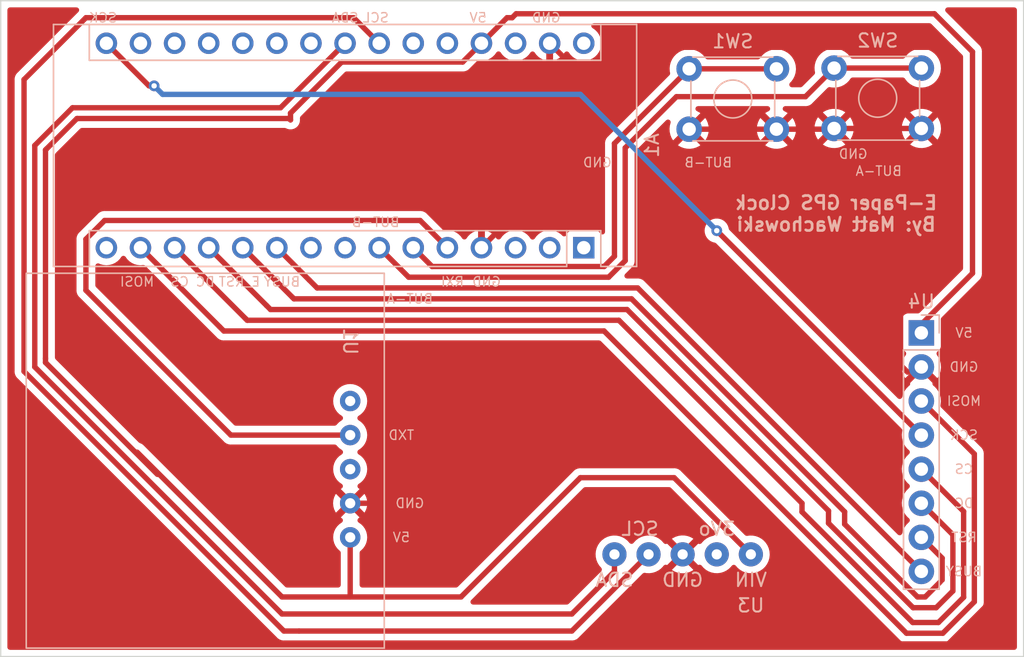
<source format=kicad_pcb>
(kicad_pcb (version 20211014) (generator pcbnew)
  (layers (0 "F.Cu" signal) (31 "B.Cu" signal) (34 "B.Paste" user) (35 "F.Paste" user) (36 "B.SilkS" user "B.Silkscreen") (37 "F.SilkS" user "F.Silkscreen") (38 "B.Mask" user) (39 "F.Mask" user) (44 "Edge.Cuts" user))
  (net 0 "")
  (net 2 "/RXI")
  (net 4 "/BUT_A")
  (net 5 "/BUT_B")
  (net 6 "GND")
  (net 9 "/BUSY")
  (net 10 "/E_RST")
  (net 11 "/DC")
  (net 12 "/CS")
  (net 13 "/MOSI")
  (net 14 "/MISO")
  (net 15 "/SCK")
  (net 16 "/SDA")
  (net 17 "/SCL")
  (net 26 "/5V")
  (footprint "Button_Switch_THT:SW_TH_Tactile_Omron_B3F-10xx" (layer "B.Cu") (at 132.08 92.02 180)
    (fp_text reference "SW2" (at 3.25 2.05) (layer "B.SilkS") (effects (justify mirror)))
    (fp_text value "SW_Push")
    (fp_line (start 0.28 -5.37) (end 6.22 -5.37) (layer "B.SilkS") (width 0.12))
    (fp_line (start 0.28 0.87) (end 6.22 0.87) (layer "B.SilkS") (width 0.12))
    (fp_line (start 0.13 -3.59) (end 0.13 -0.91) (layer "B.SilkS") (width 0.12))
    (fp_line (start 6.37 -0.91) (end 6.37 -3.59) (layer "B.SilkS") (width 0.12))
    (fp_circle (center 3.25 -2.25) (end 4.25 -3.25) (layer "B.SilkS") (width 0.12) (fill none))
    (pad "1" thru_hole circle (at 6.5 0 180) (size 1.9 1.9) (drill 1) (layers *.Cu *.Mask) (net 5 "/BUT_B"))
    (pad "1" thru_hole circle (at 0 0 180) (size 1.9 1.9) (drill 1) (layers *.Cu *.Mask) (net 5 "/BUT_B"))
    (pad "2" thru_hole circle (at 6.5 -4.5 180) (size 1.9 1.9) (drill 1) (layers *.Cu *.Mask) (net 6 "GND"))
    (pad "2" thru_hole circle (at 0 -4.5 180) (size 1.9 1.9) (drill 1) (layers *.Cu *.Mask) (net 6 "GND"))
  )
  (footprint "Matt:Adafruit_MS8607" (layer "B.Cu") (at 119.38 128.27 180)
    (fp_text reference "U3" (at 0 -3.81 unlocked) (layer "B.SilkS") (effects (justify mirror)))
    (fp_text value "Adafruit_MS8607")
    (fp_text user "GND" (at 5.08 -1.905 unlocked) (layer "B.SilkS") (effects (justify mirror)))
    (fp_text user "SDA" (at 10.16 -1.905 unlocked) (layer "B.SilkS") (effects (justify mirror)))
    (fp_text user "SCL" (at 8.255 1.905 unlocked) (layer "B.SilkS") (effects (justify mirror)))
    (fp_text user "VIN" (at 0 -1.905 unlocked) (layer "B.SilkS") (effects (justify mirror)))
    (fp_text user "3Vo" (at 2.54 1.905 unlocked) (layer "B.SilkS") (effects (justify mirror)))
    (pad "1" thru_hole circle (at 0 0 180) (size 1.8 1.8) (drill 0.762) (layers *.Cu *.Mask) (net 26 "/5V"))
    (pad "2" thru_hole circle (at 2.54 0 180) (size 1.8 1.8) (drill 0.762) (layers *.Cu *.Mask))
    (pad "3" thru_hole circle (at 5.08 0 180) (size 1.8 1.8) (drill 0.762) (layers *.Cu *.Mask) (net 6 "GND"))
    (pad "4" thru_hole circle (at 7.62 0 180) (size 1.8 1.8) (drill 0.762) (layers *.Cu *.Mask) (net 17 "/SCL"))
    (pad "5" thru_hole circle (at 10.16 0 180) (size 1.8 1.8) (drill 0.762) (layers *.Cu *.Mask) (net 16 "/SDA"))
  )
  (footprint "Button_Switch_THT:SW_TH_Tactile_Omron_B3F-10xx" (layer "B.Cu") (at 121.285 92.075 180)
    (fp_text reference "SW1" (at 3.25 2.05) (layer "B.SilkS") (effects (justify mirror)))
    (fp_text value "SW_Push")
    (fp_line (start 0.13 -3.59) (end 0.13 -0.91) (layer "B.SilkS") (width 0.12))
    (fp_line (start 0.28 0.87) (end 6.22 0.87) (layer "B.SilkS") (width 0.12))
    (fp_line (start 6.37 -0.91) (end 6.37 -3.59) (layer "B.SilkS") (width 0.12))
    (fp_line (start 0.28 -5.37) (end 6.22 -5.37) (layer "B.SilkS") (width 0.12))
    (fp_circle (center 3.25 -2.25) (end 4.25 -3.25) (layer "B.SilkS") (width 0.12) (fill none))
    (pad "1" thru_hole circle (at 0 0 180) (size 1.9 1.9) (drill 1) (layers *.Cu *.Mask) (net 4 "/BUT_A"))
    (pad "1" thru_hole circle (at 6.5 0 180) (size 1.9 1.9) (drill 1) (layers *.Cu *.Mask) (net 4 "/BUT_A"))
    (pad "2" thru_hole circle (at 6.5 -4.5 180) (size 1.9 1.9) (drill 1) (layers *.Cu *.Mask) (net 6 "GND"))
    (pad "2" thru_hole circle (at 0 -4.5 180) (size 1.9 1.9) (drill 1) (layers *.Cu *.Mask) (net 6 "GND"))
  )
  (footprint "Connector_PinHeader_2.54mm:PinHeader_1x08_P2.54mm_Vertical" (layer "B.Cu") (at 132.08 111.76 180)
    (fp_text reference "U4" (at 0 2.33) (layer "B.SilkS") (effects (justify mirror)))
    (fp_text value "E-Paper_Header")
    (fp_line (start 1.33 -1.27) (end 1.33 -19.11) (layer "B.SilkS") (width 0.12))
    (fp_line (start -1.33 -1.27) (end -1.33 -19.11) (layer "B.SilkS") (width 0.12))
    (fp_line (start -1.33 1.33) (end 0 1.33) (layer "B.SilkS") (width 0.12))
    (fp_line (start -1.33 0) (end -1.33 1.33) (layer "B.SilkS") (width 0.12))
    (fp_line (start -1.33 -19.11) (end 1.33 -19.11) (layer "B.SilkS") (width 0.12))
    (fp_line (start -1.33 -1.27) (end 1.33 -1.27) (layer "B.SilkS") (width 0.12))
    (pad "1" thru_hole rect (at 0 0 180) (size 1.9 1.9) (drill 1) (layers *.Cu *.Mask) (net 26 "/5V"))
    (pad "2" thru_hole circle (at 0 -2.54 180) (size 1.9 1.9) (drill 1) (layers *.Cu *.Mask) (net 6 "GND"))
    (pad "3" thru_hole circle (at 0 -5.08 180) (size 1.9 1.9) (drill 1) (layers *.Cu *.Mask) (net 13 "/MOSI"))
    (pad "4" thru_hole circle (at 0 -7.62 180) (size 1.9 1.9) (drill 1) (layers *.Cu *.Mask) (net 15 "/SCK"))
    (pad "5" thru_hole circle (at 0 -10.16 180) (size 1.9 1.9) (drill 1) (layers *.Cu *.Mask) (net 12 "/CS"))
    (pad "6" thru_hole circle (at 0 -12.7 180) (size 1.9 1.9) (drill 1) (layers *.Cu *.Mask) (net 11 "/DC"))
    (pad "7" thru_hole circle (at 0 -15.24 180) (size 1.9 1.9) (drill 1) (layers *.Cu *.Mask) (net 10 "/E_RST"))
    (pad "8" thru_hole circle (at 0 -17.78 180) (size 1.9 1.9) (drill 1) (layers *.Cu *.Mask) (net 9 "/BUSY"))
  )
  (footprint "Module:Arduino_Nano" (layer "B.Cu") (at 106.934 105.41 90)
    (fp_text reference "A1" (at 7.62 5.08 90) (layer "B.SilkS") (effects (justify mirror)))
    (fp_text value "Arduino_Nano_v3.x")
    (fp_line (start -1.4 -1.27) (end -1.4 -39.5) (layer "B.SilkS") (width 0.12))
    (fp_line (start 1.27 -1.27) (end -1.4 -1.27) (layer "B.SilkS") (width 0.12))
    (fp_line (start 1.27 -1.27) (end 1.27 1.27) (layer "B.SilkS") (width 0.12))
    (fp_line (start 16.64 -39.5) (end 16.64 3.94) (layer "B.SilkS") (width 0.12))
    (fp_line (start 1.27 -1.27) (end 1.27 -36.83) (layer "B.SilkS") (width 0.12))
    (fp_line (start 1.27 1.27) (end -1.4 1.27) (layer "B.SilkS") (width 0.12))
    (fp_line (start 1.27 -36.83) (end -1.4 -36.83) (layer "B.SilkS") (width 0.12))
    (fp_line (start 13.97 1.27) (end 13.97 -36.83) (layer "B.SilkS") (width 0.12))
    (fp_line (start -1.4 3.94) (end -1.4 1.27) (layer "B.SilkS") (width 0.12))
    (fp_line (start 16.64 3.94) (end -1.4 3.94) (layer "B.SilkS") (width 0.12))
    (fp_line (start 13.97 1.27) (end 16.64 1.27) (layer "B.SilkS") (width 0.12))
    (fp_line (start 13.97 -36.83) (end 16.64 -36.83) (layer "B.SilkS") (width 0.12))
    (fp_line (start -1.4 -39.5) (end 16.64 -39.5) (layer "B.SilkS") (width 0.12))
    (pad "1" thru_hole rect (at 0 0 90) (size 1.6 1.6) (drill 1) (layers *.Cu *.Mask))
    (pad "2" thru_hole oval (at 0 -2.54 90) (size 1.6 1.6) (drill 1) (layers *.Cu *.Mask))
    (pad "3" thru_hole oval (at 0 -5.08 90) (size 1.6 1.6) (drill 1) (layers *.Cu *.Mask))
    (pad "4" thru_hole oval (at 0 -7.62 90) (size 1.6 1.6) (drill 1) (layers *.Cu *.Mask) (net 6 "GND"))
    (pad "5" thru_hole oval (at 0 -10.16 90) (size 1.6 1.6) (drill 1) (layers *.Cu *.Mask) (net 2 "/RXI"))
    (pad "6" thru_hole oval (at 0 -12.7 90) (size 1.6 1.6) (drill 1) (layers *.Cu *.Mask) (net 4 "/BUT_A"))
    (pad "7" thru_hole oval (at 0 -15.24 90) (size 1.6 1.6) (drill 1) (layers *.Cu *.Mask) (net 5 "/BUT_B"))
    (pad "8" thru_hole oval (at 0 -17.78 90) (size 1.6 1.6) (drill 1) (layers *.Cu *.Mask))
    (pad "9" thru_hole oval (at 0 -20.32 90) (size 1.6 1.6) (drill 1) (layers *.Cu *.Mask))
    (pad "10" thru_hole oval (at 0 -22.86 90) (size 1.6 1.6) (drill 1) (layers *.Cu *.Mask) (net 9 "/BUSY"))
    (pad "11" thru_hole oval (at 0 -25.4 90) (size 1.6 1.6) (drill 1) (layers *.Cu *.Mask) (net 10 "/E_RST"))
    (pad "12" thru_hole oval (at 0 -27.94 90) (size 1.6 1.6) (drill 1) (layers *.Cu *.Mask) (net 11 "/DC"))
    (pad "13" thru_hole oval (at 0 -30.48 90) (size 1.6 1.6) (drill 1) (layers *.Cu *.Mask) (net 12 "/CS"))
    (pad "14" thru_hole oval (at 0 -33.02 90) (size 1.6 1.6) (drill 1) (layers *.Cu *.Mask) (net 13 "/MOSI"))
    (pad "15" thru_hole oval (at 0 -35.56 90) (size 1.6 1.6) (drill 1) (layers *.Cu *.Mask) (net 14 "/MISO"))
    (pad "16" thru_hole oval (at 15.24 -35.56 90) (size 1.6 1.6) (drill 1) (layers *.Cu *.Mask) (net 15 "/SCK"))
    (pad "17" thru_hole oval (at 15.24 -33.02 90) (size 1.6 1.6) (drill 1) (layers *.Cu *.Mask))
    (pad "18" thru_hole oval (at 15.24 -30.48 90) (size 1.6 1.6) (drill 1) (layers *.Cu *.Mask))
    (pad "19" thru_hole oval (at 15.24 -27.94 90) (size 1.6 1.6) (drill 1) (layers *.Cu *.Mask))
    (pad "20" thru_hole oval (at 15.24 -25.4 90) (size 1.6 1.6) (drill 1) (layers *.Cu *.Mask))
    (pad "21" thru_hole oval (at 15.24 -22.86 90) (size 1.6 1.6) (drill 1) (layers *.Cu *.Mask))
    (pad "22" thru_hole oval (at 15.24 -20.32 90) (size 1.6 1.6) (drill 1) (layers *.Cu *.Mask))
    (pad "23" thru_hole oval (at 15.24 -17.78 90) (size 1.6 1.6) (drill 1) (layers *.Cu *.Mask) (net 16 "/SDA"))
    (pad "24" thru_hole oval (at 15.24 -15.24 90) (size 1.6 1.6) (drill 1) (layers *.Cu *.Mask) (net 17 "/SCL"))
    (pad "25" thru_hole oval (at 15.24 -12.7 90) (size 1.6 1.6) (drill 1) (layers *.Cu *.Mask))
    (pad "26" thru_hole oval (at 15.24 -10.16 90) (size 1.6 1.6) (drill 1) (layers *.Cu *.Mask))
    (pad "27" thru_hole oval (at 15.24 -7.62 90) (size 1.6 1.6) (drill 1) (layers *.Cu *.Mask) (net 26 "/5V"))
    (pad "28" thru_hole oval (at 15.24 -5.08 90) (size 1.6 1.6) (drill 1) (layers *.Cu *.Mask))
    (pad "29" thru_hole oval (at 15.24 -2.54 90) (size 1.6 1.6) (drill 1) (layers *.Cu *.Mask) (net 6 "GND"))
    (pad "30" thru_hole oval (at 15.24 0 90) (size 1.6 1.6) (drill 1) (layers *.Cu *.Mask))
  )
  (footprint "Matt:GPS_NEO-6M" (layer "B.Cu") (at 89.535 127 90)
    (fp_text reference "U1" (at 14.605 0 270 unlocked) (layer "B.SilkS") (effects (justify mirror)))
    (fp_text value "GPS_NEO-6M")
    (fp_rect (start -8.255 2.54) (end 19.685 -24.13) (layer "B.SilkS") (width 0.12) (fill none))
    (pad "1" thru_hole circle (at 0 0 90) (size 1.524 1.524) (drill 0.762) (layers *.Cu *.Mask) (net 26 "/5V"))
    (pad "2" thru_hole circle (at 2.54 0 90) (size 1.524 1.524) (drill 0.762) (layers *.Cu *.Mask) (net 6 "GND"))
    (pad "3" thru_hole circle (at 5.08 0 90) (size 1.524 1.524) (drill 0.762) (layers *.Cu *.Mask))
    (pad "4" thru_hole circle (at 7.62 0 90) (size 1.524 1.524) (drill 0.762) (layers *.Cu *.Mask) (net 2 "/RXI"))
    (pad "5" thru_hole circle (at 10.16 0 90) (size 1.524 1.524) (drill 0.762) (layers *.Cu *.Mask))
  )
  (gr_line (start 63.5 86.995) (end 139.7 86.995) (layer "Edge.Cuts") (width 0.1))
  (gr_line (start 139.7 135.89) (end 139.7 86.995) (layer "Edge.Cuts") (width 0.1))
  (gr_line (start 63.5 135.89) (end 139.7 135.89) (layer "Edge.Cuts") (width 0.1))
  (gr_line (start 63.5 86.995) (end 63.5 135.89) (layer "Edge.Cuts") (width 0.1))
  (gr_text "GND" (at 99.695 107.95) (layer "B.SilkS") (effects (font (size 0.7 0.7) (thickness 0.1)) (justify mirror)))
  (gr_text "TXD" (at 93.345 119.38) (layer "B.SilkS") (effects (font (size 0.7 0.7) (thickness 0.1)) (justify mirror)))
  (gr_text "GND" (at 104.14 88.265) (layer "B.SilkS") (effects (font (size 0.7 0.7) (thickness 0.1)) (justify mirror)))
  (gr_text "RST" (at 135.255 127) (layer "B.SilkS") (effects (font (size 0.7 0.7) (thickness 0.1)) (justify mirror)))
  (gr_text "E-Paper GPS Clock\nBy: Matt Wachowski" (at 125.73 102.87) (layer "B.SilkS") (effects (font (size 1 1) (thickness 0.2)) (justify mirror)))
  (gr_text "RXI" (at 97.155 107.95) (layer "B.SilkS") (effects (font (size 0.7 0.7) (thickness 0.1)) (justify mirror)))
  (gr_text "BUT-A" (at 128.905 99.695) (layer "B.SilkS") (effects (font (size 0.7 0.7) (thickness 0.1)) (justify mirror)))
  (gr_text "DC" (at 135.255 124.46) (layer "B.SilkS") (effects (font (size 0.7 0.7) (thickness 0.1)) (justify mirror)))
  (gr_text "SCK" (at 71.12 88.265) (layer "B.SilkS") (effects (font (size 0.7 0.7) (thickness 0.1)) (justify mirror)))
  (gr_text "5V" (at 135.255 111.76) (layer "B.SilkS") (effects (font (size 0.7 0.7) (thickness 0.1)) (justify mirror)))
  (gr_text "BUSY" (at 84.455 107.95) (layer "B.SilkS") (effects (font (size 0.7 0.7) (thickness 0.1)) (justify mirror)))
  (gr_text "DC" (at 78.74 107.95) (layer "B.SilkS") (effects (font (size 0.7 0.7) (thickness 0.1)) (justify mirror)))
  (gr_text "GND" (at 93.98 124.46) (layer "B.SilkS") (effects (font (size 0.7 0.7) (thickness 0.1)) (justify mirror)))
  (gr_text "SCK" (at 135.255 119.38) (layer "B.SilkS") (effects (font (size 0.7 0.7) (thickness 0.1)) (justify mirror)))
  (gr_text "5V" (at 93.345 127) (layer "B.SilkS") (effects (font (size 0.7 0.7) (thickness 0.1)) (justify mirror)))
  (gr_text "GND" (at 135.255 114.3) (layer "B.SilkS") (effects (font (size 0.7 0.7) (thickness 0.1)) (justify mirror)))
  (gr_text "BUT-A" (at 93.98 109.22) (layer "B.SilkS") (effects (font (size 0.7 0.7) (thickness 0.1)) (justify mirror)))
  (gr_text "MOSI" (at 135.255 116.84) (layer "B.SilkS") (effects (font (size 0.7 0.7) (thickness 0.1)) (justify mirror)))
  (gr_text "E_RST" (at 81.28 107.95) (layer "B.SilkS") (effects (font (size 0.7 0.7) (thickness 0.1)) (justify mirror)))
  (gr_text "CS" (at 135.255 121.92) (layer "B.SilkS") (effects (font (size 0.7 0.7) (thickness 0.1)) (justify mirror)))
  (gr_text "GND" (at 107.95 99.06) (layer "B.SilkS") (effects (font (size 0.7 0.7) (thickness 0.1)) (justify mirror)))
  (gr_text "CS" (at 76.835 107.95) (layer "B.SilkS") (effects (font (size 0.7 0.7) (thickness 0.1)) (justify mirror)))
  (gr_text "SCL" (at 91.44 88.265) (layer "B.SilkS") (effects (font (size 0.7 0.7) (thickness 0.1)) (justify mirror)))
  (gr_text "5V" (at 99.06 88.265) (layer "B.SilkS") (effects (font (size 0.7 0.7) (thickness 0.1)) (justify mirror)))
  (gr_text "BUSY" (at 135.255 129.54) (layer "B.SilkS") (effects (font (size 0.7 0.7) (thickness 0.1)) (justify mirror)))
  (gr_text "BUT-B" (at 116.205 99.06) (layer "B.SilkS") (effects (font (size 0.7 0.7) (thickness 0.1)) (justify mirror)))
  (gr_text "GND" (at 127 98.425) (layer "B.SilkS") (effects (font (size 0.7 0.7) (thickness 0.1)) (justify mirror)))
  (gr_text "MOSI" (at 73.66 107.95) (layer "B.SilkS") (effects (font (size 0.7 0.7) (thickness 0.1)) (justify mirror)))
  (gr_text "SDA" (at 89.154 88.265) (layer "B.SilkS") (effects (font (size 0.7 0.7) (thickness 0.1)) (justify mirror)))
  (gr_text "BUT-B" (at 91.44 103.505) (layer "B.SilkS") (effects (font (size 0.7 0.7) (thickness 0.1)) (justify mirror)))
  (segment (start 71.247 103.378) (end 69.85 104.775) (width 0.4) (layer "F.Cu") (net 2))
  (segment (start 69.85 108.585) (end 80.645 119.38) (width 0.4) (layer "F.Cu") (net 2))
  (segment (start 94.742 103.378) (end 71.247 103.378) (width 0.4) (layer "F.Cu") (net 2))
  (segment (start 96.774 105.41) (end 94.742 103.378) (width 0.4) (layer "F.Cu") (net 2))
  (segment (start 80.645 119.38) (end 89.535 119.38) (width 0.4) (layer "F.Cu") (net 2))
  (segment (start 69.85 104.775) (end 69.85 108.585) (width 0.4) (layer "F.Cu") (net 2))
  (segment (start 109.22 106.045) (end 109.22 97.64) (width 0.4) (layer "F.Cu") (net 4))
  (segment (start 114.785 92.075) (end 121.285 92.075) (width 0.4) (layer "F.Cu") (net 4))
  (segment (start 108.455489 106.809511) (end 109.22 106.045) (width 0.4) (layer "F.Cu") (net 4))
  (segment (start 109.22 97.64) (end 114.785 92.075) (width 0.4) (layer "F.Cu") (net 4))
  (segment (start 94.234 105.41) (end 95.633511 106.809511) (width 0.4) (layer "F.Cu") (net 4))
  (segment (start 95.633511 106.809511) (end 108.455489 106.809511) (width 0.4) (layer "F.Cu") (net 4))
  (segment (start 110.01952 97.971172) (end 113.837846 94.152846) (width 0.4) (layer "F.Cu") (net 5))
  (segment (start 113.837846 94.152846) (end 123.447154 94.152846) (width 0.4) (layer "F.Cu") (net 5))
  (segment (start 125.58 92.02) (end 132.08 92.02) (width 0.4) (layer "F.Cu") (net 5))
  (segment (start 108.786661 107.609031) (end 110.01952 106.376172) (width 0.4) (layer "F.Cu") (net 5))
  (segment (start 123.447154 94.152846) (end 125.58 92.02) (width 0.4) (layer "F.Cu") (net 5))
  (segment (start 110.01952 106.376172) (end 110.01952 97.971172) (width 0.4) (layer "F.Cu") (net 5))
  (segment (start 91.694 105.41) (end 93.893031 107.609031) (width 0.4) (layer "F.Cu") (net 5))
  (segment (start 93.893031 107.609031) (end 108.786661 107.609031) (width 0.4) (layer "F.Cu") (net 5))
  (segment (start 130.530489 114.159797) (end 131.057846 114.687154) (width 0.4) (layer "F.Cu") (net 6))
  (segment (start 111.76 118.11) (end 103.505 118.11) (width 0.4) (layer "F.Cu") (net 6))
  (segment (start 118.745 132.08) (end 121.92 128.905) (width 0.4) (layer "F.Cu") (net 6))
  (segment (start 104.394 90.17) (end 104.394 100.33) (width 0.4) (layer "F.Cu") (net 6))
  (segment (start 114.785 96.575) (end 121.285 96.575) (width 0.4) (layer "F.Cu") (net 6))
  (segment (start 114.03452 90.470489) (end 134.285489 90.470489) (width 0.4) (layer "F.Cu") (net 6))
  (segment (start 134.62 90.805) (end 134.62 99.06) (width 0.4) (layer "F.Cu") (net 6))
  (segment (start 137.16 119.38) (end 132.08 114.3) (width 0.4) (layer "F.Cu") (net 6))
  (segment (start 132.08 96.52) (end 134.62 99.06) (width 0.4) (layer "F.Cu") (net 6))
  (segment (start 127.96404 134.94904) (end 134.09094 134.94904) (width 0.4) (layer "F.Cu") (net 6))
  (segment (start 103.505 118.11) (end 97.155 124.46) (width 0.4) (layer "F.Cu") (net 6))
  (segment (start 121.285 96.575) (end 125.525 96.575) (width 0.4) (layer "F.Cu") (net 6))
  (segment (start 118.11 132.08) (end 118.745 132.08) (width 0.4) (layer "F.Cu") (net 6))
  (segment (start 130.530489 103.149511) (end 130.530489 114.159797) (width 0.4) (layer "F.Cu") (net 6))
  (segment (start 89.535 124.46) (end 97.155 124.46) (width 0.4) (layer "F.Cu") (net 6))
  (segment (start 121.92 128.905) (end 121.92 128.27) (width 0.4) (layer "F.Cu") (net 6))
  (segment (start 137.16 131.87998) (end 137.16 119.38) (width 0.4) (layer "F.Cu") (net 6))
  (segment (start 112.935498 91.569511) (end 114.03452 90.470489) (width 0.4) (layer "F.Cu") (net 6))
  (segment (start 134.285489 90.470489) (end 134.62 90.805) (width 0.4) (layer "F.Cu") (net 6))
  (segment (start 104.394 90.17) (end 105.793511 91.569511) (width 0.4) (layer "F.Cu") (net 6))
  (segment (start 114.3 128.27) (end 118.11 132.08) (width 0.4) (layer "F.Cu") (net 6))
  (segment (start 134.62 99.06) (end 130.530489 103.149511) (width 0.4) (layer "F.Cu") (net 6))
  (segment (start 105.793511 91.569511) (end 112.935498 91.569511) (width 0.4) (layer "F.Cu") (net 6))
  (segment (start 125.525 96.575) (end 125.58 96.52) (width 0.4) (layer "F.Cu") (net 6))
  (segment (start 121.92 128.905) (end 127.96404 134.94904) (width 0.4) (layer "F.Cu") (net 6))
  (segment (start 134.09094 134.94904) (end 137.16 131.87998) (width 0.4) (layer "F.Cu") (net 6))
  (segment (start 121.92 128.27) (end 111.76 118.11) (width 0.4) (layer "F.Cu") (net 6))
  (segment (start 125.58 96.52) (end 132.08 96.52) (width 0.4) (layer "F.Cu") (net 6))
  (segment (start 104.394 100.33) (end 99.314 105.41) (width 0.4) (layer "F.Cu") (net 6))
  (segment (start 132.08 129.54) (end 110.948551 108.408551) (width 0.4) (layer "F.Cu") (net 9))
  (segment (start 87.072551 108.408551) (end 86.487 107.823) (width 0.4) (layer "F.Cu") (net 9))
  (segment (start 110.948551 108.408551) (end 87.072551 108.408551) (width 0.4) (layer "F.Cu") (net 9))
  (segment (start 86.487 107.823) (end 84.074 105.41) (width 0.4) (layer "F.Cu") (net 9))
  (segment (start 110.49 109.22) (end 85.344 109.22) (width 0.4) (layer "F.Cu") (net 10))
  (segment (start 126.365 125.095) (end 110.49 109.22) (width 0.4) (layer "F.Cu") (net 10))
  (segment (start 126.365 126.016341) (end 126.365 125.095) (width 0.4) (layer "F.Cu") (net 10))
  (segment (start 133.493171 130.31817) (end 132.366341 131.445) (width 0.4) (layer "F.Cu") (net 10))
  (segment (start 132.08 127) (end 133.629511 128.549511) (width 0.4) (layer "F.Cu") (net 10))
  (segment (start 85.344 109.22) (end 85.217 109.093) (width 0.4) (layer "F.Cu") (net 10))
  (segment (start 132.366341 131.445) (end 131.793659 131.445) (width 0.4) (layer "F.Cu") (net 10))
  (segment (start 133.629511 128.549511) (end 133.629511 130.18183) (width 0.4) (layer "F.Cu") (net 10))
  (segment (start 131.793659 131.445) (end 126.365 126.016341) (width 0.4) (layer "F.Cu") (net 10))
  (segment (start 85.217 109.093) (end 81.534 105.41) (width 0.4) (layer "F.Cu") (net 10))
  (segment (start 134.429031 131.000969) (end 133.18548 132.24452) (width 0.4) (layer "F.Cu") (net 11))
  (segment (start 78.994 105.41) (end 83.312 109.728) (width 0.4) (layer "F.Cu") (net 11))
  (segment (start 132.08 124.46) (end 134.429031 126.809031) (width 0.4) (layer "F.Cu") (net 11))
  (segment (start 125.164654 125.025346) (end 110.158828 110.01952) (width 0.4) (layer "F.Cu") (net 11))
  (segment (start 133.18548 132.24452) (end 131.462487 132.24452) (width 0.4) (layer "F.Cu") (net 11))
  (segment (start 134.429031 126.809031) (end 134.429031 131.000969) (width 0.4) (layer "F.Cu") (net 11))
  (segment (start 83.60352 110.01952) (end 83.312 109.728) (width 0.4) (layer "F.Cu") (net 11))
  (segment (start 131.462487 132.24452) (end 125.164654 125.946687) (width 0.4) (layer "F.Cu") (net 11))
  (segment (start 110.158828 110.01952) (end 83.60352 110.01952) (width 0.4) (layer "F.Cu") (net 11))
  (segment (start 125.164654 125.946687) (end 125.164654 125.025346) (width 0.4) (layer "F.Cu") (net 11))
  (segment (start 123.19 125.102725) (end 123.19 124.46) (width 0.4) (layer "F.Cu") (net 12))
  (segment (start 109.54904 110.81904) (end 81.86304 110.81904) (width 0.4) (layer "F.Cu") (net 12))
  (segment (start 81.7245 110.6805) (end 76.454 105.41) (width 0.4) (layer "F.Cu") (net 12))
  (segment (start 135.228551 125.068551) (end 135.228551 131.471449) (width 0.4) (layer "F.Cu") (net 12))
  (segment (start 135.228551 131.471449) (end 133.35 133.35) (width 0.4) (layer "F.Cu") (net 12))
  (segment (start 81.86304 110.81904) (end 81.7245 110.6805) (width 0.4) (layer "F.Cu") (net 12))
  (segment (start 131.437275 133.35) (end 123.19 125.102725) (width 0.4) (layer "F.Cu") (net 12))
  (segment (start 123.19 124.46) (end 109.54904 110.81904) (width 0.4) (layer "F.Cu") (net 12))
  (segment (start 133.35 133.35) (end 131.437275 133.35) (width 0.4) (layer "F.Cu") (net 12))
  (segment (start 132.08 121.92) (end 135.228551 125.068551) (width 0.4) (layer "F.Cu") (net 12))
  (segment (start 136.028071 131.802621) (end 133.681172 134.14952) (width 0.4) (layer "F.Cu") (net 13))
  (segment (start 133.681172 134.14952) (end 130.97452 134.14952) (width 0.4) (layer "F.Cu") (net 13))
  (segment (start 130.97452 134.14952) (end 108.44356 111.61856) (width 0.4) (layer "F.Cu") (net 13))
  (segment (start 73.914 105.41) (end 79.8195 111.3155) (width 0.4) (layer "F.Cu") (net 13))
  (segment (start 132.08 116.84) (end 136.028071 120.788071) (width 0.4) (layer "F.Cu") (net 13))
  (segment (start 80.12256 111.61856) (end 79.8195 111.3155) (width 0.4) (layer "F.Cu") (net 13))
  (segment (start 108.44356 111.61856) (end 80.12256 111.61856) (width 0.4) (layer "F.Cu") (net 13))
  (segment (start 136.028071 120.788071) (end 136.028071 131.802621) (width 0.4) (layer "F.Cu") (net 13))
  (segment (start 132.08 119.38) (end 116.84 104.14) (width 0.4) (layer "F.Cu") (net 15))
  (segment (start 74.549 93.345) (end 71.374 90.17) (width 0.4) (layer "F.Cu") (net 15))
  (segment (start 74.93 93.345) (end 74.549 93.345) (width 0.4) (layer "F.Cu") (net 15))
  (via (at 74.93 93.345) (size 0.8) (drill 0.4) (layers "F.Cu" "B.Cu") (net 15))
  (via (at 116.84 104.14) (size 0.8) (drill 0.4) (layers "F.Cu" "B.Cu") (net 15))
  (segment (start 106.68 93.98) (end 75.565 93.98) (width 0.4) (layer "B.Cu") (net 15))
  (segment (start 75.565 93.98) (end 74.93 93.345) (width 0.4) (layer "B.Cu") (net 15))
  (segment (start 116.84 104.14) (end 106.68 93.98) (width 0.4) (layer "B.Cu") (net 15))
  (segment (start 84.344489 94.979511) (end 68.850489 94.979511) (width 0.4) (layer "F.Cu") (net 16))
  (segment (start 106.045 132.715) (end 109.22 129.54) (width 0.4) (layer "F.Cu") (net 16))
  (segment (start 84.455 132.715) (end 106.045 132.715) (width 0.4) (layer "F.Cu") (net 16))
  (segment (start 66.04 114.3) (end 84.455 132.715) (width 0.4) (layer "F.Cu") (net 16))
  (segment (start 66.04 97.79) (end 66.04 114.3) (width 0.4) (layer "F.Cu") (net 16))
  (segment (start 89.154 90.17) (end 84.344489 94.979511) (width 0.4) (layer "F.Cu") (net 16))
  (segment (start 68.850489 94.979511) (end 66.04 97.79) (width 0.4) (layer "F.Cu") (net 16))
  (segment (start 109.22 129.54) (end 109.22 128.27) (width 0.4) (layer "F.Cu") (net 16))
  (segment (start 65.24048 114.631172) (end 84.594308 133.985) (width 0.4) (layer "F.Cu") (net 17))
  (segment (start 69.85 88.265) (end 65.24048 92.87452) (width 0.4) (layer "F.Cu") (net 17))
  (segment (start 111.76 128.27) (end 106.045 133.985) (width 0.4) (layer "F.Cu") (net 17))
  (segment (start 65.24048 92.87452) (end 65.24048 114.631172) (width 0.4) (layer "F.Cu") (net 17))
  (segment (start 89.789 88.265) (end 69.85 88.265) (width 0.4) (layer "F.Cu") (net 17))
  (segment (start 84.594308 133.985) (end 85.725 133.985) (width 0.4) (layer "F.Cu") (net 17))
  (segment (start 106.045 133.985) (end 85.725 133.985) (width 0.4) (layer "F.Cu") (net 17))
  (segment (start 91.694 90.17) (end 89.789 88.265) (width 0.4) (layer "F.Cu") (net 17))
  (segment (start 132.08 111.125) (end 132.08 111.76) (width 0.4) (layer "F.Cu") (net 26))
  (segment (start 135.89 90.805) (end 135.89 107.315) (width 0.4) (layer "F.Cu") (net 26))
  (segment (start 97.79 131.445) (end 106.68 122.555) (width 0.4) (layer "F.Cu") (net 26))
  (segment (start 71.050346 118.179654) (end 75.177846 122.307154) (width 0.4) (layer "F.Cu") (net 26))
  (segment (start 113.665 122.555) (end 119.38 128.27) (width 0.4) (layer "F.Cu") (net 26))
  (segment (start 101.6 88.265) (end 101.894031 87.970969) (width 0.4) (layer "F.Cu") (net 26))
  (segment (start 69.181661 95.779031) (end 66.922846 98.037846) (width 0.4) (layer "F.Cu") (net 26))
  (segment (start 135.89 107.315) (end 132.08 111.125) (width 0.4) (layer "F.Cu") (net 26))
  (segment (start 66.83952 113.968828) (end 71.050346 118.179654) (width 0.4) (layer "F.Cu") (net 26))
  (segment (start 101.894031 87.970969) (end 133.055969 87.970969) (width 0.4) (layer "F.Cu") (net 26))
  (segment (start 99.314 90.17) (end 97.914489 91.569511) (width 0.4) (layer "F.Cu") (net 26))
  (segment (start 89.535 127) (end 89.535 131.445) (width 0.4) (layer "F.Cu") (net 26))
  (segment (start 66.83952 98.121172) (end 66.83952 113.665) (width 0.4) (layer "F.Cu") (net 26))
  (segment (start 85.09 95.885) (end 84.984031 95.779031) (width 0.4) (layer "F.Cu") (net 26))
  (segment (start 88.9 91.569511) (end 85.09 95.379511) (width 0.4) (layer "F.Cu") (net 26))
  (segment (start 69.215 95.779031) (end 69.181661 95.779031) (width 0.4) (layer "F.Cu") (net 26))
  (segment (start 84.984031 95.779031) (end 69.215 95.779031) (width 0.4) (layer "F.Cu") (net 26))
  (segment (start 73.66 120.65) (end 84.455 131.445) (width 0.4) (layer "F.Cu") (net 26))
  (segment (start 133.055969 87.970969) (end 135.89 90.805) (width 0.4) (layer "F.Cu") (net 26))
  (segment (start 66.83952 113.665) (end 66.83952 113.968828) (width 0.4) (layer "F.Cu") (net 26))
  (segment (start 84.455 131.445) (end 97.79 131.445) (width 0.4) (layer "F.Cu") (net 26))
  (segment (start 85.09 95.379511) (end 85.09 95.885) (width 0.4) (layer "F.Cu") (net 26))
  (segment (start 66.922846 98.037846) (end 66.83952 98.121172) (width 0.4) (layer "F.Cu") (net 26))
  (segment (start 101.219 88.265) (end 101.6 88.265) (width 0.4) (layer "F.Cu") (net 26))
  (segment (start 99.314 90.17) (end 101.219 88.265) (width 0.4) (layer "F.Cu") (net 26))
  (segment (start 106.68 122.555) (end 113.665 122.555) (width 0.4) (layer "F.Cu") (net 26))
  (segment (start 97.914489 91.569511) (end 88.9 91.569511) (width 0.4) (layer "F.Cu") (net 26))
  (zone (net 6) (net_name "GND") (layer "F.Cu") (connect_pads (clearance 0.5)) (min_thickness 0.4) (fill yes (thermal_gap 0.508) (thermal_bridge_width 0.508))
    (polygon (pts (xy 139.7 135.89) (xy 63.5 135.89) (xy 63.5 86.995) (xy 139.7 86.995)))
  )
)
</source>
